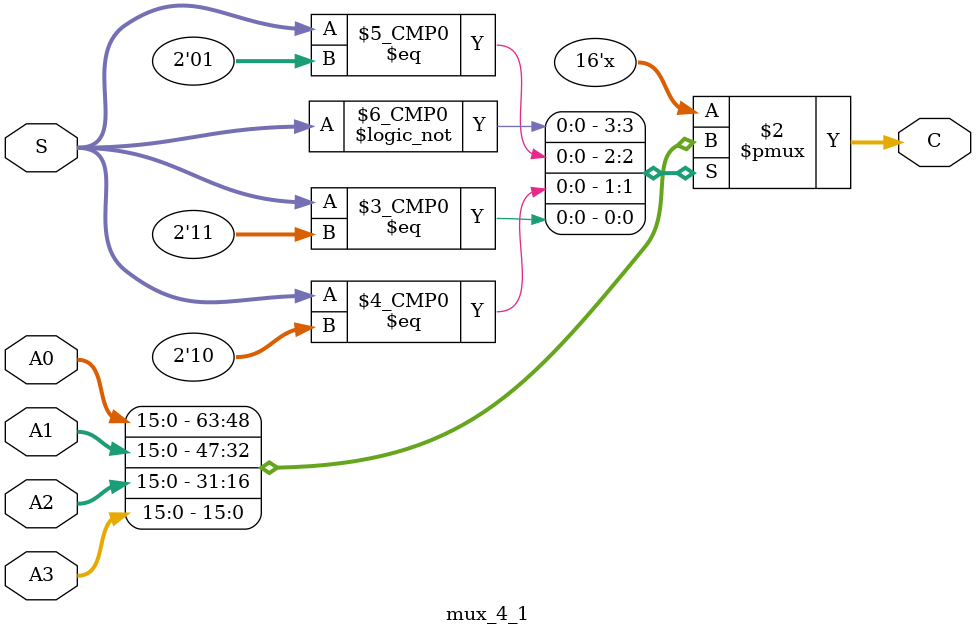
<source format=sv>

module mux_4_1
#(parameter DATA_WIDTH = 16)
(    input logic  [DATA_WIDTH - 1:0]  A0,
    input logic  [DATA_WIDTH - 1:0]  A1,
    input logic  [DATA_WIDTH - 1:0]  A2,
    input logic  [DATA_WIDTH - 1:0]  A3,
    input logic  [1:0]   S,
    
    output logic [DATA_WIDTH - 1:0]  C
    );
    
always_comb
begin: case_process
 case (S)
    2'b00 : C = A0;
    2'b01 : C = A1;
    2'b10 : C = A2;
    2'b11 : C = A3;
    default : C = {(DATA_WIDTH){1'bX}};
 endcase
end
    
endmodule

</source>
